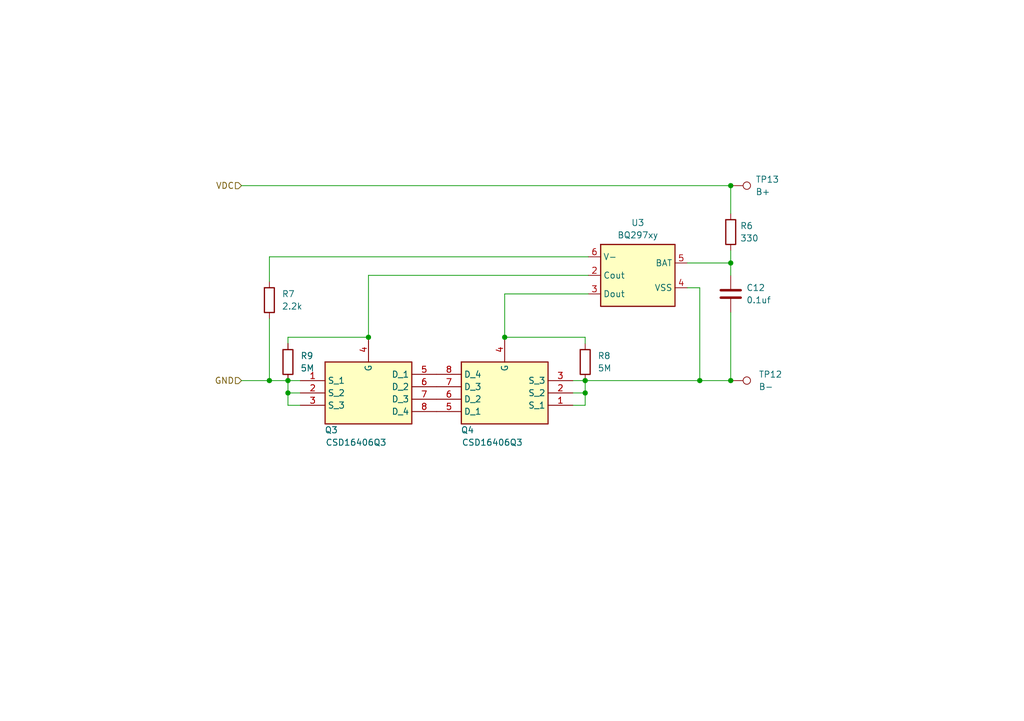
<source format=kicad_sch>
(kicad_sch (version 20250114) (generator "eeschema") (generator_version "9.0")
  (paper "A5")
  (lib_symbols
    (symbol "Battery_Management:BQ297xy"
      (property "Reference" "U3" (at 0 9.525 0))
      (property "Value" "BQ297xy" (at 0 6.985 0))
      (symbol "BQ297xy_0_1"
        (rectangle (start -7.62 5.08) (end 7.62 -7.62) (stroke (width 0.254)) (fill (type background)))
      )
      (symbol "BQ297xy_1_1"
        (pin input line (at -10.16 2.54 0) (length 2.54) (name "V-") (number "6"))
        (pin output line (at -10.16 -1.27 0) (length 2.54) (name "Cout") (number "2"))
        (pin output line (at -10.16 -5.08 0) (length 2.54) (name "Dout") (number "3"))
        (pin no_connect line (at 7.62 0 180) (length 2.54) (hide yes) (name "NC") (number "1"))
        (pin input line (at 10.16 1.27 180) (length 2.54) (name "BAT") (number "5"))
        (pin power_in line (at 10.16 -3.81 180) (length 2.54) (name "VSS") (number "4"))
      )
    )
    (symbol "CSD16406Q3_1"
      (property "Reference" "Q3" (at 6.35 -11.43 0))
      (property "Value" "CSD16406Q3" (at 11.43 -13.97 0))
      (symbol "CSD16406Q3_1_1_1"
        (rectangle (start 5.08 2.54) (end 22.86 -10.16) (stroke (width 0.254)) (fill (type background)))
        (pin passive line (at 0 -1.27 0) (length 5.08) (name "S_1") (number "1"))
        (pin passive line (at 0 -3.81 0) (length 5.08) (name "S_2") (number "2"))
        (pin passive line (at 0 -6.35 0) (length 5.08) (name "S_3") (number "3"))
        (pin passive line (at 13.97 7.62 270) (length 5.08) (name "G") (number "4"))
        (pin passive line (at 27.94 0 180) (length 5.08) (name "D_1") (number "5"))
        (pin passive line (at 27.94 -2.54 180) (length 5.08) (name "D_2") (number "6"))
        (pin passive line (at 27.94 -5.08 180) (length 5.08) (name "D_3") (number "7"))
        (pin passive line (at 27.94 -7.62 180) (length 5.08) (name "D_4") (number "8"))
      )
    )
    (symbol "CSD16406Q3_2"
      (property "Reference" "Q4" (at 6.35 -11.43 0))
      (property "Value" "CSD16406Q3" (at 11.43 -13.97 0))
      (symbol "CSD16406Q3_2_1_1"
        (rectangle (start 5.08 2.54) (end 22.86 -10.16) (stroke (width 0.254)) (fill (type background)))
        (pin passive line (at 0 0 0) (length 5.08) (name "D_4") (number "8"))
        (pin passive line (at 0 -2.54 0) (length 5.08) (name "D_3") (number "7"))
        (pin passive line (at 0 -5.08 0) (length 5.08) (name "D_2") (number "6"))
        (pin passive line (at 0 -7.62 0) (length 5.08) (name "D_1") (number "5"))
        (pin passive line (at 13.97 7.62 270) (length 5.08) (name "G") (number "4"))
        (pin passive line (at 27.94 -1.27 180) (length 5.08) (name "S_3") (number "3"))
        (pin passive line (at 27.94 -3.81 180) (length 5.08) (name "S_2") (number "2"))
        (pin passive line (at 27.94 -6.35 180) (length 5.08) (name "S_1") (number "1"))
      )
    )
    (symbol "Connector:TestPoint" (pin_numbers (hide yes)) (pin_names (offset 0.762) (hide yes))
      (property "Reference" "TP" (at 0 6.858 0))
      (property "Value" "TestPoint" (at 0 5.08 0))
      (symbol "TestPoint_0_1"
        (circle (center 0 3.302) (radius 0.762))
      )
      (symbol "TestPoint_1_1"
        (pin passive line (at 0 0 90) (length 2.54) (name "1") (number "1"))
      )
    )
    (symbol "Device:C" (pin_numbers (hide yes)) (pin_names (offset 0.254))
      (property "Reference" "C" (at 0.635 2.54 0))
      (property "Value" "C" (at 0.635 -2.54 0))
      (symbol "C_0_1"
        (polyline (pts (xy -2.032 0.762) (xy 2.032 0.762)) (stroke (width 0.508)))
        (polyline (pts (xy -2.032 -0.762) (xy 2.032 -0.762)) (stroke (width 0.508)))
      )
      (symbol "C_1_1"
        (pin passive line (at 0 3.81 270) (length 2.794) (name "~") (number "1"))
        (pin passive line (at 0 -3.81 90) (length 2.794) (name "~") (number "2"))
      )
    )
    (symbol "Device:R" (pin_numbers (hide yes)) (pin_names (offset 0))
      (property "Reference" "R" (at 2.032 0 90))
      (property "Value" "R" (at 0 0 90))
      (symbol "R_0_1"
        (rectangle (start -1.016 -2.54) (end 1.016 2.54) (stroke (width 0.254)))
      )
      (symbol "R_1_1"
        (pin passive line (at 0 3.81 270) (length 1.27) (name "~") (number "1"))
        (pin passive line (at 0 -3.81 90) (length 1.27) (name "~") (number "2"))
      )
    )
  )
  (junction (at 120.015 80.645))
  (junction (at 59.055 80.645))
  (junction (at 143.51 78.105))
  (junction (at 149.86 38.1))
  (junction (at 149.86 53.975))
  (junction (at 55.245 78.105))
  (junction (at 103.505 69.215))
  (junction (at 149.86 78.105))
  (junction (at 120.015 78.105))
  (junction (at 59.055 78.105))
  (junction (at 75.565 69.215))
  (wire (pts (xy 59.055 80.645) (xy 59.055 78.105)))
  (wire (pts (xy 117.475 78.105) (xy 120.015 78.105)))
  (wire (pts (xy 140.97 53.975) (xy 149.86 53.975)))
  (wire (pts (xy 59.055 69.215) (xy 75.565 69.215)))
  (wire (pts (xy 120.65 56.515) (xy 75.565 56.515)))
  (wire (pts (xy 149.86 78.105) (xy 143.51 78.105)))
  (wire (pts (xy 149.86 53.975) (xy 149.86 56.515)))
  (wire (pts (xy 120.015 70.485) (xy 120.015 69.215)))
  (wire (pts (xy 120.015 83.185) (xy 117.475 83.185)))
  (wire (pts (xy 75.565 56.515) (xy 75.565 69.215)))
  (wire (pts (xy 49.53 78.105) (xy 55.245 78.105)))
  (wire (pts (xy 149.86 64.135) (xy 149.86 78.105)))
  (wire (pts (xy 59.055 70.485) (xy 59.055 69.215)))
  (wire (pts (xy 55.245 78.105) (xy 59.055 78.105)))
  (wire (pts (xy 120.015 69.215) (xy 103.505 69.215)))
  (wire (pts (xy 120.015 78.105) (xy 120.015 80.645)))
  (wire (pts (xy 55.245 52.705) (xy 120.65 52.705)))
  (wire (pts (xy 103.505 60.325) (xy 103.505 69.215)))
  (wire (pts (xy 61.595 83.185) (xy 59.055 83.185)))
  (wire (pts (xy 103.505 60.325) (xy 120.65 60.325)))
  (wire (pts (xy 143.51 78.105) (xy 120.015 78.105)))
  (wire (pts (xy 59.055 78.105) (xy 61.595 78.105)))
  (wire (pts (xy 55.245 65.405) (xy 55.245 78.105)))
  (wire (pts (xy 120.015 80.645) (xy 120.015 83.185)))
  (wire (pts (xy 149.86 43.815) (xy 149.86 38.1)))
  (wire (pts (xy 55.245 57.785) (xy 55.245 52.705)))
  (wire (pts (xy 59.055 83.185) (xy 59.055 80.645)))
  (wire (pts (xy 140.97 59.055) (xy 143.51 59.055)))
  (wire (pts (xy 149.86 51.435) (xy 149.86 53.975)))
  (wire (pts (xy 117.475 80.645) (xy 120.015 80.645)))
  (wire (pts (xy 49.53 38.1) (xy 149.86 38.1)))
  (wire (pts (xy 143.51 59.055) (xy 143.51 78.105)))
  (wire (pts (xy 59.055 80.645) (xy 61.595 80.645)))
  (hierarchical_label "VDC" (shape input) (at 49.53 38.1 180))
  (hierarchical_label "GND" (shape input) (at 49.53 78.105 180))
  (symbol (lib_id "Device:R") (at 120.015 74.295 0) (unit 1)
    (property "Reference" "R8" (at 122.555 73.0249 0) (effects (justify left)))
    (property "Value" "5M" (at 122.555 75.5649 0) (effects (justify left)))
    (property "Footprint" "Resistor_SMD:R_1206_3216Metric_Pad1.30x1.75mm_HandSolder" (effects (hide yes)))
    (property "Description" "Resistor" (effects (hide yes)))
  )
  (symbol (lib_id "Device:R") (at 55.245 61.595 0) (unit 1)
    (property "Reference" "R7" (at 57.785 60.3249 0) (effects (justify left)))
    (property "Value" "2.2k" (at 57.785 62.8649 0) (effects (justify left)))
    (property "Footprint" "Resistor_SMD:R_0603_1608Metric_Pad0.98x0.95mm_HandSolder" (effects (hide yes)))
    (property "Description" "Resistor" (effects (hide yes)))
  )
  (symbol (lib_id "Device:R") (at 149.86 47.625 0) (unit 1)
    (property "Reference" "R6" (at 151.765 46.3549 0) (effects (justify left)))
    (property "Value" "330" (at 151.765 48.8949 0) (effects (justify left)))
    (property "Footprint" "Resistor_SMD:R_0805_2012Metric_Pad1.20x1.40mm_HandSolder" (effects (hide yes)))
    (property "Description" "Resistor" (effects (hide yes)))
  )
  (symbol (lib_id "Battery_Management:BQ297xy") (at 130.81 55.245 0) (unit 1)
    (property "Reference" "U3" (at 130.81 45.72 0))
    (property "Value" "BQ297xy" (at 130.81 48.26 0))
    (property "Footprint" "Package_SON:WSON-6_1.5x1.5mm_P0.5mm" (effects (hide yes)))
    (property "Datasheet" "http://www.ti.com/lit/ds/symlink/bq2970.pdf" (effects (hide yes)))
    (property "Description" "Voltage and Current Protection for Single-Cell Li-Ion and Li-Polymer Batteries" (effects (hide yes)))
  )
  (symbol (lib_id "Connector:TestPoint") (at 149.86 78.105 270) (unit 1)
    (property "Reference" "TP12" (at 155.575 76.8349 90) (effects (justify left)))
    (property "Value" "B-" (at 155.575 79.3749 90) (effects (justify left)))
    (property "Footprint" "TestPoint:TestPoint_Pad_D4.0mm" (effects (hide yes)))
    (property "Description" "test point" (effects (hide yes)))
  )
  (symbol (lib_name "CSD16406Q3_2") (lib_id "CSD16406Q3:CSD16406Q3") (at 89.535 76.835 0) (unit 1)
    (property "Reference" "Q4" (at 95.885 88.265 0))
    (property "Value" "CSD16406Q3" (at 100.965 90.805 0))
    (property "Footprint" "DQG_VSON-CLIP" (effects (hide yes)))
    (property "Datasheet" "http://www.ti.com/lit/gpn/csd16406q3" (effects (hide yes)))
    (property "Description" "25V, N ch NexFET MOSFET, single SON3x3, 7.4mOhm" (effects (hide yes)))
    (property "Manufacturer_Name" "Texas Instruments" (effects (hide yes)))
    (property "Manufacturer_Part_Number" "CSD16406Q3" (effects (hide yes)))
    (property "Mouser Part Number" "595-CSD16406Q3" (effects (hide yes)))
    (property "Mouser Price/Stock" "https://www.mouser.co.uk/ProductDetail/Texas-Instruments/CSD16406Q3?qs=SuDOdTVxq4Wogv4PDdDFZA%3D%3D" (effects (hide yes)))
    (property "Arrow Part Number" "CSD16406Q3" (effects (hide yes)))
    (property "Arrow Price/Stock" "https://www.arrow.com/en/products/csd16406q3/texas-instruments?utm_currency=USD&region=nac" (effects (hide yes)))
  )
  (symbol (lib_name "CSD16406Q3_1") (lib_id "CSD16406Q3:CSD16406Q3") (at 61.595 76.835 0) (unit 1)
    (property "Reference" "Q3" (at 67.945 88.265 0))
    (property "Value" "CSD16406Q3" (at 73.025 90.805 0))
    (property "Footprint" "DQG_VSON-CLIP" (effects (hide yes)))
    (property "Datasheet" "http://www.ti.com/lit/gpn/csd16406q3" (effects (hide yes)))
    (property "Description" "25V, N ch NexFET MOSFET, single SON3x3, 7.4mOhm" (effects (hide yes)))
    (property "Manufacturer_Name" "Texas Instruments" (effects (hide yes)))
    (property "Manufacturer_Part_Number" "CSD16406Q3" (effects (hide yes)))
    (property "Mouser Part Number" "595-CSD16406Q3" (effects (hide yes)))
    (property "Mouser Price/Stock" "https://www.mouser.co.uk/ProductDetail/Texas-Instruments/CSD16406Q3?qs=SuDOdTVxq4Wogv4PDdDFZA%3D%3D" (effects (hide yes)))
    (property "Arrow Part Number" "CSD16406Q3" (effects (hide yes)))
    (property "Arrow Price/Stock" "https://www.arrow.com/en/products/csd16406q3/texas-instruments?utm_currency=USD&region=nac" (effects (hide yes)))
  )
  (symbol (lib_id "Device:R") (at 59.055 74.295 0) (unit 1)
    (property "Reference" "R9" (at 61.595 73.0249 0) (effects (justify left)))
    (property "Value" "5M" (at 61.595 75.5649 0) (effects (justify left)))
    (property "Footprint" "Resistor_SMD:R_1206_3216Metric_Pad1.30x1.75mm_HandSolder" (effects (hide yes)))
    (property "Description" "Resistor" (effects (hide yes)))
  )
  (symbol (lib_id "Device:C") (at 149.86 60.325 0) (unit 1)
    (property "Reference" "C12" (at 153.035 59.0549 0) (effects (justify left)))
    (property "Value" "0.1uf" (at 153.035 61.5949 0) (effects (justify left)))
    (property "Footprint" "Capacitor_SMD:C_0805_2012Metric_Pad1.18x1.45mm_HandSolder" (effects (hide yes)))
    (property "Description" "Unpolarized capacitor" (effects (hide yes)))
  )
  (symbol (lib_id "Connector:TestPoint") (at 149.86 38.1 270) (unit 1)
    (property "Reference" "TP13" (at 154.94 36.8299 90) (effects (justify left)))
    (property "Value" "B+" (at 154.94 39.3699 90) (effects (justify left)))
    (property "Footprint" "TestPoint:TestPoint_Pad_4.0x4.0mm" (effects (hide yes)))
    (property "Description" "test point" (effects (hide yes)))
  )
)
</source>
